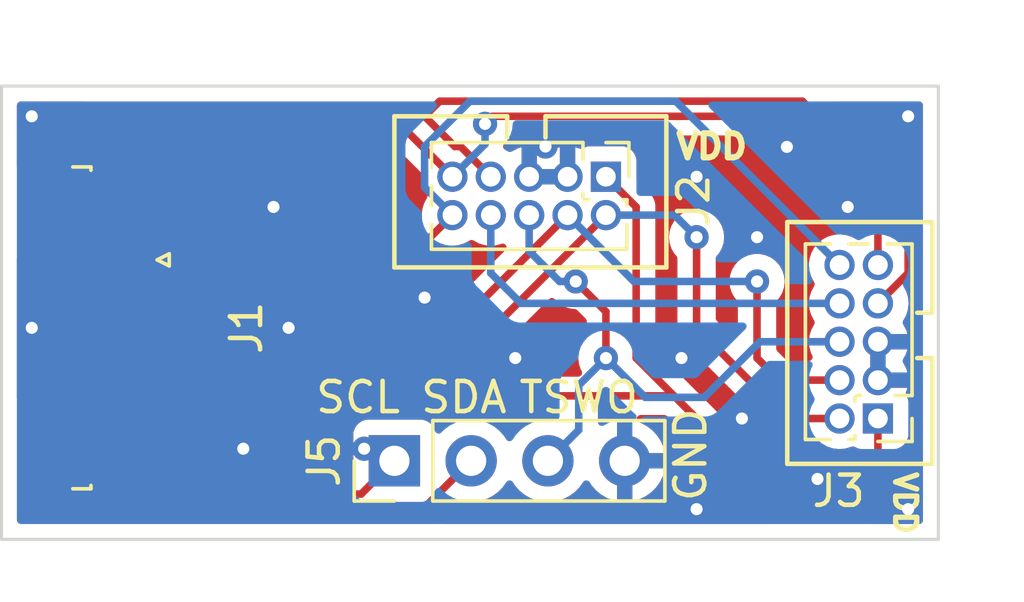
<source format=kicad_pcb>
(kicad_pcb (version 20211014) (generator pcbnew)
  (layers (0 "F.Cu" signal) (31 "B.Cu" signal) (34 "B.Paste" user) (35 "F.Paste" user) (36 "B.SilkS" user "B.Silkscreen") (37 "F.SilkS" user "F.Silkscreen") (38 "B.Mask" user) (39 "F.Mask" user) (44 "Edge.Cuts" user))
  (net 0 "")
  (net 2 "/GND")
  (net 3 "/NRST")
  (net 4 "/UART_RX")
  (net 5 "/UART_TX")
  (net 6 "/SYS_SWCLK")
  (net 7 "/SYS_SWDIO")
  (net 8 "/I2C2_SDA")
  (net 9 "/I2C2_SCL")
  (net 10 "/VDD")
  (net 11 "/TRACESWO")
  (net 12 "Net-(J2-Pad8)")
  (footprint "Connector_PinHeader_1.27mm:PinHeader_2x05_P1.27mm_Vertical" (layer "F.Cu") (at 141 95 180)
    (fp_text reference "J3" (at 1.3 -2.4) (layer "F.SilkS"))
    (fp_text value "Conn_02x05_Odd_Even")
    (fp_line (start -1.13 -0.76) (end 0 -0.76) (layer "F.SilkS") (width 0.12))
    (fp_line (start 0.76 -0.695) (end 0.96247 -0.695) (layer "F.SilkS") (width 0.12))
    (fp_line (start 0.76 0.706529) (end 0.76 0.563471) (layer "F.SilkS") (width 0.12))
    (fp_line (start 2.4 -0.695) (end 2.4 5.775) (layer "F.SilkS") (width 0.12))
    (fp_line (start -1.13 0.76) (end -1.13 5.775) (layer "F.SilkS") (width 0.12))
    (fp_line (start 1.57753 -0.695) (end 2.4 -0.695) (layer "F.SilkS") (width 0.12))
    (fp_line (start 0.30753 5.775) (end 0.96247 5.775) (layer "F.SilkS") (width 0.12))
    (fp_line (start 0.563471 0.76) (end 0.706529 0.76) (layer "F.SilkS") (width 0.12))
    (fp_line (start -1.13 0) (end -1.13 -0.76) (layer "F.SilkS") (width 0.12))
    (fp_line (start 1.57753 5.775) (end 2.4 5.775) (layer "F.SilkS") (width 0.12))
    (fp_line (start 0.76 -0.563471) (end 0.76 -0.695) (layer "F.SilkS") (width 0.12))
    (fp_line (start -1.13 0.76) (end -0.563471 0.76) (layer "F.SilkS") (width 0.12))
    (fp_line (start -1.13 5.775) (end -0.30753 5.775) (layer "F.SilkS") (width 0.12))
    (pad "1" thru_hole rect (at 0 0 180) (size 1 1) (drill 0.65) (layers *.Cu *.Mask) (net 10 "/VDD"))
    (pad "2" thru_hole oval (at 1.27 0 180) (size 1 1) (drill 0.65) (layers *.Cu *.Mask) (net 7 "/SYS_SWDIO"))
    (pad "3" thru_hole oval (at 0 1.27 180) (size 1 1) (drill 0.65) (layers *.Cu *.Mask) (net 2 "/GND"))
    (pad "4" thru_hole oval (at 1.27 1.27 180) (size 1 1) (drill 0.65) (layers *.Cu *.Mask) (net 6 "/SYS_SWCLK"))
    (pad "5" thru_hole oval (at 0 2.54 180) (size 1 1) (drill 0.65) (layers *.Cu *.Mask) (net 2 "/GND"))
    (pad "6" thru_hole oval (at 1.27 2.54 180) (size 1 1) (drill 0.65) (layers *.Cu *.Mask) (net 11 "/TRACESWO"))
    (pad "7" thru_hole oval (at 0 3.81 180) (size 1 1) (drill 0.65) (layers *.Cu *.Mask) (net 5 "/UART_TX"))
    (pad "8" thru_hole oval (at 1.27 3.81 180) (size 1 1) (drill 0.65) (layers *.Cu *.Mask) (net 12 "Net-(J2-Pad8)"))
    (pad "9" thru_hole oval (at 0 5.08 180) (size 1 1) (drill 0.65) (layers *.Cu *.Mask) (net 4 "/UART_RX"))
    (pad "10" thru_hole oval (at 1.27 5.08 180) (size 1 1) (drill 0.65) (layers *.Cu *.Mask) (net 3 "/NRST"))
  )
  (footprint "Connector_PinHeader_2.54mm:PinHeader_1x04_P2.54mm_Vertical" (layer "F.Cu") (at 125 96.4 90)
    (fp_text reference "J5" (at 0 -2.33 90) (layer "F.SilkS"))
    (fp_text value "Conn_01x04")
    (fp_line (start -1.33 1.27) (end -1.33 8.95) (layer "F.SilkS") (width 0.12))
    (fp_line (start -1.33 1.27) (end 1.33 1.27) (layer "F.SilkS") (width 0.12))
    (fp_line (start -1.33 -1.33) (end 0 -1.33) (layer "F.SilkS") (width 0.12))
    (fp_line (start -1.33 8.95) (end 1.33 8.95) (layer "F.SilkS") (width 0.12))
    (fp_line (start -1.33 0) (end -1.33 -1.33) (layer "F.SilkS") (width 0.12))
    (fp_line (start 1.33 1.27) (end 1.33 8.95) (layer "F.SilkS") (width 0.12))
    (pad "1" thru_hole rect (at 0 0 90) (size 1.7 1.7) (drill 1) (layers *.Cu *.Mask) (net 9 "/I2C2_SCL"))
    (pad "2" thru_hole oval (at 0 2.54 90) (size 1.7 1.7) (drill 1) (layers *.Cu *.Mask) (net 8 "/I2C2_SDA"))
    (pad "3" thru_hole oval (at 0 5.08 90) (size 1.7 1.7) (drill 1) (layers *.Cu *.Mask) (net 11 "/TRACESWO"))
    (pad "4" thru_hole oval (at 0 7.62 90) (size 1.7 1.7) (drill 1) (layers *.Cu *.Mask) (net 2 "/GND"))
  )
  (footprint "Connector_PinHeader_1.27mm:PinHeader_2x05_P1.27mm_Vertical" (layer "F.Cu") (at 132 87 -90)
    (fp_text reference "J2" (at 0.8 -2.9 90) (layer "F.SilkS"))
    (fp_text value "Conn_02x05_Odd_Even")
    (fp_line (start 2.4 -0.695) (end 2.4 5.775) (layer "F.SilkS") (width 0.12))
    (fp_line (start -1.13 0.76) (end -0.563471 0.76) (layer "F.SilkS") (width 0.12))
    (fp_line (start 0.76 -0.563471) (end 0.76 -0.695) (layer "F.SilkS") (width 0.12))
    (fp_line (start -1.13 5.775) (end -0.30753 5.775) (layer "F.SilkS") (width 0.12))
    (fp_line (start 1.57753 5.775) (end 2.4 5.775) (layer "F.SilkS") (width 0.12))
    (fp_line (start -1.13 0.76) (end -1.13 5.775) (layer "F.SilkS") (width 0.12))
    (fp_line (start 0.30753 5.775) (end 0.96247 5.775) (layer "F.SilkS") (width 0.12))
    (fp_line (start 0.76 0.706529) (end 0.76 0.563471) (layer "F.SilkS") (width 0.12))
    (fp_line (start 1.57753 -0.695) (end 2.4 -0.695) (layer "F.SilkS") (width 0.12))
    (fp_line (start 0.563471 0.76) (end 0.706529 0.76) (layer "F.SilkS") (width 0.12))
    (fp_line (start -1.13 0) (end -1.13 -0.76) (layer "F.SilkS") (width 0.12))
    (fp_line (start -1.13 -0.76) (end 0 -0.76) (layer "F.SilkS") (width 0.12))
    (fp_line (start 0.76 -0.695) (end 0.96247 -0.695) (layer "F.SilkS") (width 0.12))
    (pad "1" thru_hole rect (at 0 0 270) (size 1 1) (drill 0.65) (layers *.Cu *.Mask) (net 10 "/VDD"))
    (pad "2" thru_hole oval (at 1.27 0 270) (size 1 1) (drill 0.65) (layers *.Cu *.Mask) (net 7 "/SYS_SWDIO"))
    (pad "3" thru_hole oval (at 0 1.27 270) (size 1 1) (drill 0.65) (layers *.Cu *.Mask) (net 2 "/GND"))
    (pad "4" thru_hole oval (at 1.27 1.27 270) (size 1 1) (drill 0.65) (layers *.Cu *.Mask) (net 6 "/SYS_SWCLK"))
    (pad "5" thru_hole oval (at 0 2.54 270) (size 1 1) (drill 0.65) (layers *.Cu *.Mask) (net 2 "/GND"))
    (pad "6" thru_hole oval (at 1.27 2.54 270) (size 1 1) (drill 0.65) (layers *.Cu *.Mask) (net 11 "/TRACESWO"))
    (pad "7" thru_hole oval (at 0 3.81 270) (size 1 1) (drill 0.65) (layers *.Cu *.Mask) (net 5 "/UART_TX"))
    (pad "8" thru_hole oval (at 1.27 3.81 270) (size 1 1) (drill 0.65) (layers *.Cu *.Mask) (net 12 "Net-(J2-Pad8)"))
    (pad "9" thru_hole oval (at 0 5.08 270) (size 1 1) (drill 0.65) (layers *.Cu *.Mask) (net 4 "/UART_RX"))
    (pad "10" thru_hole oval (at 1.27 5.08 270) (size 1 1) (drill 0.65) (layers *.Cu *.Mask) (net 3 "/NRST"))
  )
  (footprint "WiRoc:FPC-Connector_1x10-1MP_P0.5mm_Horizontal" (layer "F.Cu") (at 117 92 -90)
    (fp_text reference "J1" (at 0 -3.1 90) (layer "F.SilkS"))
    (fp_text value "Conn_01x10")
    (fp_line (start -5.325 2.04) (end -5.325 2.64) (layer "F.SilkS") (width 0.12))
    (fp_line (start -5.215 2.04) (end -5.325 2.04) (layer "F.SilkS") (width 0.12))
    (fp_line (start -2.05 -0.55) (end -2.45 -0.55) (layer "F.SilkS") (width 0.12))
    (fp_line (start 5.215 2.04) (end 5.325 2.04) (layer "F.SilkS") (width 0.12))
    (fp_line (start -2.25 -0.15) (end -2.05 -0.55) (layer "F.SilkS") (width 0.12))
    (fp_line (start 5.325 2.04) (end 5.325 2.64) (layer "F.SilkS") (width 0.12))
    (fp_line (start -2.45 -0.55) (end -2.25 -0.15) (layer "F.SilkS") (width 0.12))
    (pad "1" smd rect (at -2.25 -1.35 270) (size 0.3 1.25) (layers "F.Cu" "F.Paste" "F.Mask"))
    (pad "2" smd rect (at -1.75 -1.35 270) (size 0.3 1.25) (layers "F.Cu" "F.Paste" "F.Mask") (net 2 "/GND"))
    (pad "3" smd rect (at -1.25 -1.35 270) (size 0.3 1.25) (layers "F.Cu" "F.Paste" "F.Mask") (net 3 "/NRST"))
    (pad "4" smd rect (at -0.75 -1.35 270) (size 0.3 1.25) (layers "F.Cu" "F.Paste" "F.Mask") (net 4 "/UART_RX"))
    (pad "5" smd rect (at -0.25 -1.35 270) (size 0.3 1.25) (layers "F.Cu" "F.Paste" "F.Mask") (net 5 "/UART_TX"))
    (pad "6" smd rect (at 0.25 -1.35 270) (size 0.3 1.25) (layers "F.Cu" "F.Paste" "F.Mask") (net 6 "/SYS_SWCLK"))
    (pad "7" smd rect (at 0.75 -1.35 270) (size 0.3 1.25) (layers "F.Cu" "F.Paste" "F.Mask") (net 7 "/SYS_SWDIO"))
    (pad "8" smd rect (at 1.25 -1.35 270) (size 0.3 1.25) (layers "F.Cu" "F.Paste" "F.Mask") (net 8 "/I2C2_SDA"))
    (pad "9" smd rect (at 1.75 -1.35 270) (size 0.3 1.25) (layers "F.Cu" "F.Paste" "F.Mask") (net 9 "/I2C2_SCL"))
    (pad "10" smd rect (at 2.25 -1.35 270) (size 0.3 1.25) (layers "F.Cu" "F.Paste" "F.Mask") (net 10 "/VDD"))
    (pad "MP" smd rect (at 3.79 0.97 270) (size 2 3) (layers "F.Cu" "F.Paste" "F.Mask"))
    (pad "MP" smd rect (at -3.79 0.97 270) (size 2 3) (layers "F.Cu" "F.Paste" "F.Mask"))
  )
  (gr_line (start 142.8 88.5) (end 142.8 91.5) (layer "F.SilkS") (width 0.15))
  (gr_line (start 142.8 93) (end 142.3 93) (layer "F.SilkS") (width 0.15))
  (gr_line (start 134 90) (end 134 85) (layer "F.SilkS") (width 0.15))
  (gr_line (start 128.7325 85) (end 125 85) (layer "F.SilkS") (width 0.15))
  (gr_line (start 128.7325 85.7) (end 128.7325 85) (layer "F.SilkS") (width 0.15))
  (gr_line (start 125 85) (end 125 90) (layer "F.SilkS") (width 0.15))
  (gr_line (start 138 88.5) (end 142.8 88.5) (layer "F.SilkS") (width 0.15))
  (gr_line (start 138 88.5) (end 138 96.5) (layer "F.SilkS") (width 0.15))
  (gr_line (start 142.8 96.5) (end 142.8 93) (layer "F.SilkS") (width 0.15))
  (gr_line (start 142.8 91.5) (end 142.3 91.5) (layer "F.SilkS") (width 0.15))
  (gr_line (start 130 85) (end 130 85.7) (layer "F.SilkS") (width 0.15))
  (gr_line (start 125 90) (end 134 90) (layer "F.SilkS") (width 0.15))
  (gr_line (start 134 85) (end 130 85) (layer "F.SilkS") (width 0.15))
  (gr_line (start 138 96.5) (end 142.8 96.5) (layer "F.SilkS") (width 0.15))
  (gr_line (start 112 99) (end 143 99) (layer "Edge.Cuts") (width 0.1))
  (gr_line (start 143 99) (end 143 84) (layer "Edge.Cuts") (width 0.1))
  (gr_line (start 112 84) (end 112 99) (layer "Edge.Cuts") (width 0.1))
  (gr_line (start 143 84) (end 112 84) (layer "Edge.Cuts") (width 0.1))
  (gr_text "SDA" (at 127.3 94.3) (layer "F.SilkS") (effects (font (size 1 1))))
  (gr_text "SCL" (at 123.8 94.3) (layer "F.SilkS") (effects (font (size 1 1))))
  (gr_text "GND" (at 134.8 96.2 90) (layer "F.SilkS") (effects (font (size 1 1))))
  (gr_text "VDD" (at 135.5 86) (layer "F.SilkS") (effects (font (size 0.8 0.8) (thickness 0.2))))
  (gr_text "VDD" (at 141.9 97.8 270) (layer "F.SilkS") (effects (font (size 0.7 0.7) (thickness 0.175))))
  (gr_text "TSWO" (at 131.1 94.3) (layer "F.SilkS") (effects (font (size 1 1))))
  (segment (start 118.35 90.25) (end 119.275 90.25) (width 0.25) (layer "F.Cu") (net 2))
  (segment (start 121 88.525) (end 121 88) (width 0.25) (layer "F.Cu") (net 2))
  (segment (start 119.275 90.25) (end 121 88.525) (width 0.25) (layer "F.Cu") (net 2))
  (via (at 113 85) (size 0.8) (drill 0.4) (layers "F.Cu" "B.Cu") (net 2))
  (via (at 129 93) (size 0.8) (drill 0.4) (layers "F.Cu" "B.Cu") (net 2))
  (via (at 136.5 95) (size 0.8) (drill 0.4) (layers "F.Cu" "B.Cu") (net 2))
  (via (at 135 87) (size 0.8) (drill 0.4) (layers "F.Cu" "B.Cu") (net 2))
  (via (at 140 88) (size 0.8) (drill 0.4) (layers "F.Cu" "B.Cu") (net 2))
  (via (at 124 96) (size 0.8) (drill 0.4) (layers "F.Cu" "B.Cu") (net 2))
  (via (at 142 98) (size 0.8) (drill 0.4) (layers "F.Cu" "B.Cu") (net 2))
  (via (at 134.5 93) (size 0.8) (drill 0.4) (layers "F.Cu" "B.Cu") (net 2))
  (via (at 137.987701 86.012299) (size 0.8) (drill 0.4) (layers "F.Cu" "B.Cu") (net 2))
  (via (at 113 92) (size 0.8) (drill 0.4) (layers "F.Cu" "B.Cu") (net 2))
  (via (at 121.5 92) (size 0.8) (drill 0.4) (layers "F.Cu" "B.Cu") (net 2))
  (via (at 130 86) (size 0.8) (drill 0.4) (layers "F.Cu" "B.Cu") (net 2))
  (via (at 139 97) (size 0.8) (drill 0.4) (layers "F.Cu" "B.Cu") (net 2))
  (via (at 126 91) (size 0.8) (drill 0.4) (layers "F.Cu" "B.Cu") (net 2))
  (via (at 142 85) (size 0.8) (drill 0.4) (layers "F.Cu" "B.Cu") (net 2))
  (via (at 137 89) (size 0.8) (drill 0.4) (layers "F.Cu" "B.Cu") (net 2))
  (via (at 120 96) (size 0.8) (drill 0.4) (layers "F.Cu" "B.Cu") (net 2))
  (via (at 135 98) (size 0.8) (drill 0.4) (layers "F.Cu" "B.Cu") (net 2))
  (via (at 121 88) (size 0.8) (drill 0.4) (layers "F.Cu" "B.Cu") (net 2))
  (segment (start 141.54 92.46) (end 141 92.46) (width 0.25) (layer "B.Cu") (net 2))
  (segment (start 118.35 90.75) (end 124.44 90.75) (width 0.25) (layer "F.Cu") (net 3))
  (segment (start 124.44 90.75) (end 126.92 88.27) (width 0.25) (layer "F.Cu") (net 3))
  (segment (start 134.31 84.5) (end 139.73 89.92) (width 0.25) (layer "B.Cu") (net 3))
  (segment (start 126 86) (end 127.5 84.5) (width 0.25) (layer "B.Cu") (net 3))
  (segment (start 126 87.35) (end 126 86) (width 0.25) (layer "B.Cu") (net 3))
  (segment (start 126.92 88.27) (end 126 87.35) (width 0.25) (layer "B.Cu") (net 3))
  (segment (start 127.5 84.5) (end 134.31 84.5) (width 0.25) (layer "B.Cu") (net 3))
  (segment (start 128.25 85) (end 138 85) (width 0.25) (layer "F.Cu") (net 4))
  (segment (start 115.5 85.5) (end 125.42 85.5) (width 0.25) (layer "F.Cu") (net 4))
  (segment (start 141 88) (end 141 89.92) (width 0.25) (layer "F.Cu") (net 4))
  (segment (start 113.75 87.25) (end 115.5 85.5) (width 0.25) (layer "F.Cu") (net 4))
  (segment (start 138 85) (end 140.275 87.275) (width 0.25) (layer "F.Cu") (net 4))
  (segment (start 115.92 91.25) (end 113.75 89.08) (width 0.25) (layer "F.Cu") (net 4))
  (segment (start 113.75 89.08) (end 113.75 87.25) (width 0.25) (layer "F.Cu") (net 4))
  (segment (start 140.725 87.699695) (end 140.725 87.725) (width 0.25) (layer "F.Cu") (net 4))
  (segment (start 128 85.25) (end 128.25 85) (width 0.25) (layer "F.Cu") (net 4))
  (segment (start 125.42 85.5) (end 126.92 87) (width 0.25) (layer "F.Cu") (net 4))
  (segment (start 118.35 91.25) (end 115.92 91.25) (width 0.25) (layer "F.Cu") (net 4))
  (segment (start 140.275 87.275) (end 140.300305 87.275) (width 0.25) (layer "F.Cu") (net 4))
  (segment (start 140.725 87.725) (end 141 88) (width 0.25) (layer "F.Cu") (net 4))
  (segment (start 140.300305 87.275) (end 140.725 87.699695) (width 0.25) (layer "F.Cu") (net 4))
  (via (at 128 85.25) (size 0.8) (drill 0.4) (layers "F.Cu" "B.Cu") (net 4))
  (segment (start 128 85.92) (end 126.92 87) (width 0.25) (layer "B.Cu") (net 4))
  (segment (start 128 85.25) (end 128 85.92) (width 0.25) (layer "B.Cu") (net 4))
  (segment (start 115.363604 85) (end 126 85) (width 0.25) (layer "F.Cu") (net 5))
  (segment (start 113.25 89.25) (end 113.25 87.113604) (width 0.25) (layer "F.Cu") (net 5))
  (segment (start 126 85) (end 127 86) (width 0.25) (layer "F.Cu") (net 5))
  (segment (start 127.19 86) (end 128.19 87) (width 0.25) (layer "F.Cu") (net 5))
  (segment (start 126 85) (end 126.5 84.5) (width 0.25) (layer "F.Cu") (net 5))
  (segment (start 113.25 87.113604) (end 115.363604 85) (width 0.25) (layer "F.Cu") (net 5))
  (segment (start 138.5 84.5) (end 142 88) (width 0.25) (layer "F.Cu") (net 5))
  (segment (start 127 86) (end 127.19 86) (width 0.25) (layer "F.Cu") (net 5))
  (segment (start 142 88) (end 142 90.19) (width 0.25) (layer "F.Cu") (net 5))
  (segment (start 115.75 91.75) (end 113.25 89.25) (width 0.25) (layer "F.Cu") (net 5))
  (segment (start 118.35 91.75) (end 115.75 91.75) (width 0.25) (layer "F.Cu") (net 5))
  (segment (start 126.5 84.5) (end 138.5 84.5) (width 0.25) (layer "F.Cu") (net 5))
  (segment (start 142 90.19) (end 141 91.19) (width 0.25) (layer "F.Cu") (net 5))
  (segment (start 126 93) (end 130.73 88.27) (width 0.25) (layer "F.Cu") (net 6))
  (segment (start 119.886396 92.25) (end 120.636396 93) (width 0.25) (layer "F.Cu") (net 6))
  (segment (start 137.73 93.73) (end 139.73 93.73) (width 0.25) (layer "F.Cu") (net 6))
  (segment (start 137 93) (end 137.73 93.73) (width 0.25) (layer "F.Cu") (net 6))
  (segment (start 137 90.4655) (end 137 93) (width 0.25) (layer "F.Cu") (net 6))
  (segment (start 120.636396 93) (end 126 93) (width 0.25) (layer "F.Cu") (net 6))
  (segment (start 118.35 92.25) (end 119.886396 92.25) (width 0.25) (layer "F.Cu") (net 6))
  (via (at 137 90.4655) (size 0.8) (drill 0.4) (layers "F.Cu" "B.Cu") (net 6))
  (segment (start 137 90.4655) (end 132.9255 90.4655) (width 0.25) (layer "B.Cu") (net 6))
  (segment (start 132.9255 90.4655) (end 130.73 88.27) (width 0.25) (layer "B.Cu") (net 6))
  (segment (start 126.77 93.5) (end 132 88.27) (width 0.25) (layer "F.Cu") (net 7))
  (segment (start 138 95) (end 135 92) (width 0.25) (layer "F.Cu") (net 7))
  (segment (start 135 92) (end 135 89) (width 0.25) (layer "F.Cu") (net 7))
  (segment (start 139.73 95) (end 138 95) (width 0.25) (layer "F.Cu") (net 7))
  (segment (start 120.5 93.5) (end 126.77 93.5) (width 0.25) (layer "F.Cu") (net 7))
  (segment (start 119.75 92.75) (end 120.5 93.5) (width 0.25) (layer "F.Cu") (net 7))
  (segment (start 118.35 92.75) (end 119.75 92.75) (width 0.25) (layer "F.Cu") (net 7))
  (via (at 135 89) (size 0.8) (drill 0.4) (layers "F.Cu" "B.Cu") (net 7))
  (segment (start 134.27 88.27) (end 135 89) (width 0.25) (layer "B.Cu") (net 7))
  (segment (start 132 88.27) (end 134.27 88.27) (width 0.25) (layer "B.Cu") (net 7))
  (segment (start 114 98) (end 125.94 98) (width 0.25) (layer "F.Cu") (net 8))
  (segment (start 113.3 97.3) (end 114 98) (width 0.25) (layer "F.Cu") (net 8))
  (segment (start 125.94 98) (end 127.54 96.4) (width 0.25) (layer "F.Cu") (net 8))
  (segment (start 113.3 94.7) (end 113.3 97.3) (width 0.25) (layer "F.Cu") (net 8))
  (segment (start 114.75 93.25) (end 113.3 94.7) (width 0.25) (layer "F.Cu") (net 8))
  (segment (start 118.35 93.25) (end 114.75 93.25) (width 0.25) (layer "F.Cu") (net 8))
  (segment (start 113.75 97) (end 114.25 97.5) (width 0.25) (layer "F.Cu") (net 9))
  (segment (start 114.25 97.5) (end 123.9 97.5) (width 0.25) (layer "F.Cu") (net 9))
  (segment (start 114.92 93.75) (end 113.75 94.92) (width 0.25) (layer "F.Cu") (net 9))
  (segment (start 123.9 97.5) (end 125 96.4) (width 0.25) (layer "F.Cu") (net 9))
  (segment (start 118.35 93.75) (end 114.92 93.75) (width 0.25) (layer "F.Cu") (net 9))
  (segment (start 113.75 94.92) (end 113.75 97) (width 0.25) (layer "F.Cu") (net 9))
  (segment (start 140 98) (end 141 97) (width 0.25) (layer "F.Cu") (net 10))
  (segment (start 138 98) (end 140 98) (width 0.25) (layer "F.Cu") (net 10))
  (segment (start 118.35 94.25) (end 134.25 94.25) (width 0.25) (layer "F.Cu") (net 10))
  (segment (start 134.25 94.25) (end 138 98) (width 0.25) (layer "F.Cu") (net 10))
  (segment (start 133 93) (end 134.25 94.25) (width 0.25) (layer "F.Cu") (net 10))
  (segment (start 141 97) (end 141 95) (width 0.25) (layer "F.Cu") (net 10))
  (segment (start 132 87) (end 133 88) (width 0.25) (layer "F.Cu") (net 10))
  (segment (start 133 88) (end 133 93) (width 0.25) (layer "F.Cu") (net 10))
  (segment (start 131 90.4655) (end 132 91.4655) (width 0.25) (layer "F.Cu") (net 11))
  (segment (start 132 91.4655) (end 132 93) (width 0.25) (layer "F.Cu") (net 11))
  (via (at 132 93) (size 0.8) (drill 0.4) (layers "F.Cu" "B.Cu") (net 11))
  (via (at 131 90.4655) (size 0.8) (drill 0.4) (layers "F.Cu" "B.Cu") (net 11))
  (segment (start 135.255 94.3) (end 137.095 92.46) (width 0.25) (layer "B.Cu") (net 11))
  (segment (start 132 93) (end 133.3 94.3) (width 0.25) (layer "B.Cu") (net 11))
  (segment (start 129.46 88.27) (end 129.46 89.46) (width 0.25) (layer "B.Cu") (net 11))
  (segment (start 132 93) (end 131.1 93.9) (width 0.25) (layer "B.Cu") (net 11))
  (segment (start 130.4655 90.4655) (end 131 90.4655) (width 0.25) (layer "B.Cu") (net 11))
  (segment (start 131.1 95.38) (end 130.08 96.4) (width 0.25) (layer "B.Cu") (net 11))
  (segment (start 137.095 92.46) (end 139.73 92.46) (width 0.25) (layer "B.Cu") (net 11))
  (segment (start 129.46 89.46) (end 130.4655 90.4655) (width 0.25) (layer "B.Cu") (net 11))
  (segment (start 131.1 93.9) (end 131.1 95.38) (width 0.25) (layer "B.Cu") (net 11))
  (segment (start 133.3 94.3) (end 135.255 94.3) (width 0.25) (layer "B.Cu") (net 11))
  (segment (start 128.19 90.19) (end 128.19 88.27) (width 0.25) (layer "B.Cu") (net 12))
  (segment (start 129.19 91.19) (end 128.19 90.19) (width 0.25) (layer "B.Cu") (net 12))
  (segment (start 139.73 91.19) (end 129.19 91.19) (width 0.25) (layer "B.Cu") (net 12))
  (zone (net 2) (net_name "/GND") (layers F&B.Cu) (connect_pads (clearance 0.508)) (min_thickness 0.254) (fill yes (thermal_gap 0.508) (thermal_bridge_width 0.508))
    (polygon (pts (xy 143 99) (xy 112 99) (xy 112 84) (xy 143 84)))
  )
)
</source>
